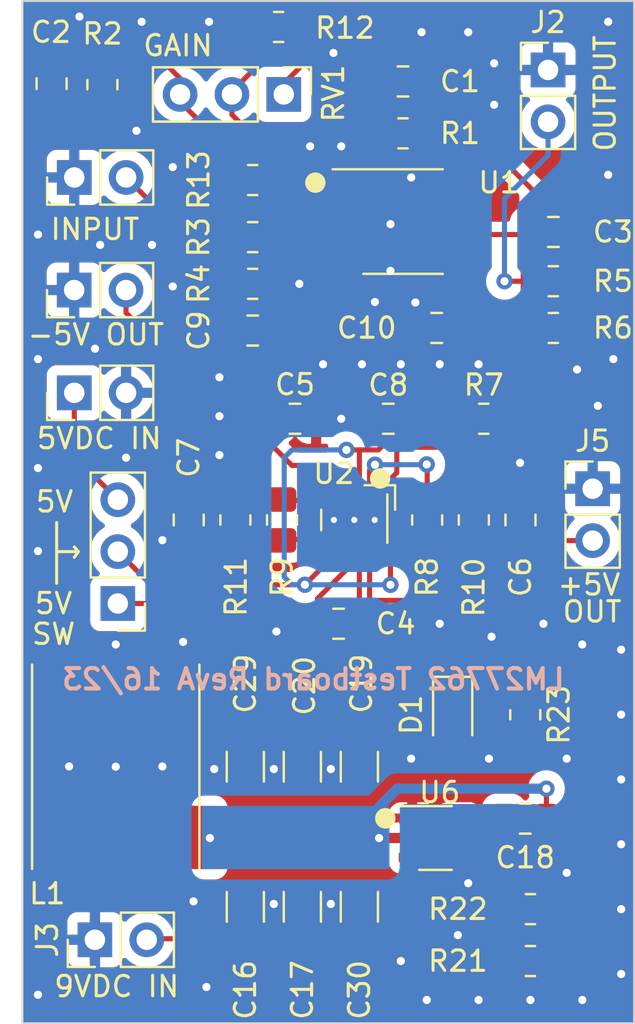
<source format=kicad_pcb>
(kicad_pcb (version 20221018) (generator pcbnew)
  (title_block (comment 1 "Hammond 1590B/B2/G2"))
  (layers (0 "F.Cu" signal) (31 "B.Cu" signal) (34 "B.Paste" user) (35 "F.Paste" user) (36 "B.SilkS" user "B.Silkscreen") (37 "F.SilkS" user "F.Silkscreen") (38 "B.Mask" user) (39 "F.Mask" user) (44 "Edge.Cuts" user))
  (net 0 "")
  (net 1 "Net-(U1--)")
  (net 2 "Net-(C1-Pad2)")
  (net 3 "GND")
  (net 4 "Net-(C2-Pad2)")
  (net 5 "Net-(C3-Pad2)")
  (net 6 "Net-(U2-C-)")
  (net 7 "Net-(U2-C+)")
  (net 8 "Net-(U2-CP)")
  (net 9 "+5V")
  (net 10 "-5V")
  (net 11 "/buck/BUCK_VOUT")
  (net 12 "/buck/BUCK_VIN")
  (net 13 "Net-(U6-VBST)")
  (net 14 "Net-(U6-SW)")
  (net 15 "Net-(D1-K)")
  (net 16 "Net-(J1-Pin_2)")
  (net 17 "Net-(J2-Pin_2)")
  (net 18 "Net-(R12-Pad1)")
  (net 19 "Net-(U1-+)")
  (net 20 "Net-(U2-PGOOD)")
  (net 21 "Net-(U2-FB+)")
  (net 22 "Net-(U2-FB-)")
  (net 23 "Net-(U6-VFB)")
  (net 27 "Net-(R13-Pad1)")
  (net 28 "/chargepump/CP_VIN")
  (net 29 "Net-(J6-Pin_3)")
  (footprint "Capacitor_SMD:C_0805_2012Metric_Pad1.18x1.45mm_HandSolder" (layer "F.Cu") (at 153.0135 74.803)
    (fp_text reference "C3" (at 2.921 0) (layer "F.SilkS"))
    (fp_text value "15u")
    (pad "1" smd roundrect (at -1.0375 0) (size 1.175 1.45) (layers "F.Cu" "F.Paste" "F.Mask") (roundrect_rratio 0.2127659574) (net 2 "Net-(C1-Pad2)"))
    (pad "2" smd roundrect (at 1.0375 0) (size 1.175 1.45) (layers "F.Cu" "F.Paste" "F.Mask") (roundrect_rratio 0.2127659574) (net 5 "Net-(C3-Pad2)"))
  )
  (footprint "Resistor_SMD:R_0805_2012Metric_Pad1.20x1.40mm_HandSolder" (layer "F.Cu") (at 149.606 83.947)
    (fp_text reference "R7" (at 0 -1.651) (layer "F.SilkS"))
    (fp_text value "10K")
    (pad "1" smd roundrect (at -1 0) (size 1.2 1.4) (layers "F.Cu" "F.Paste" "F.Mask") (roundrect_rratio 0.2083333333) (net 28 "/chargepump/CP_VIN"))
    (pad "2" smd roundrect (at 1 0) (size 1.2 1.4) (layers "F.Cu" "F.Paste" "F.Mask") (roundrect_rratio 0.2083333333) (net 20 "Net-(U2-PGOOD)"))
  )
  (footprint "Connector_PinHeader_2.54mm:PinHeader_1x02_P2.54mm_Vertical" (layer "F.Cu") (at 152.7556 66.8732)
    (fp_text reference "J2" (at 0 -2.33) (layer "F.SilkS"))
    (fp_text value "OUTPUT")
    (fp_text user "OUTPUT" (at 2.794 1.148 90 unlocked) (layer "F.SilkS"))
    (pad "1" thru_hole rect (at 0 0) (size 1.7 1.7) (drill 1) (layers "*.Cu" "*.Mask") (net 3 "GND"))
    (pad "2" thru_hole oval (at 0 2.54) (size 1.7 1.7) (drill 1) (layers "*.Cu" "*.Mask") (net 17 "Net-(J2-Pin_2)"))
  )
  (footprint "Capacitor_SMD:C_0805_2012Metric_Pad1.18x1.45mm_HandSolder" (layer "F.Cu") (at 135.148 88.9 -90)
    (fp_text reference "C7" (at -3.048 0 90) (layer "F.SilkS"))
    (fp_text value "2.2u")
    (pad "1" smd roundrect (at -1.0375 0 270) (size 1.175 1.45) (layers "F.Cu" "F.Paste" "F.Mask") (roundrect_rratio 0.2127659574) (net 10 "-5V"))
    (pad "2" smd roundrect (at 1.0375 0 270) (size 1.175 1.45) (layers "F.Cu" "F.Paste" "F.Mask") (roundrect_rratio 0.2127659574) (net 3 "GND"))
  )
  (footprint "Capacitor_SMD:C_0805_2012Metric_Pad1.18x1.45mm_HandSolder" (layer "F.Cu") (at 128.42905 67.5425 -90)
    (fp_text reference "C2" (at -2.5185 0.03205 -180) (layer "F.SilkS"))
    (fp_text value "4.7u")
    (pad "1" smd roundrect (at -1.0375 0 270) (size 1.175 1.45) (layers "F.Cu" "F.Paste" "F.Mask") (roundrect_rratio 0.2127659574) (net 3 "GND"))
    (pad "2" smd roundrect (at 1.0375 0 270) (size 1.175 1.45) (layers "F.Cu" "F.Paste" "F.Mask") (roundrect_rratio 0.2127659574) (net 4 "Net-(C2-Pad2)"))
  )
  (footprint "Resistor_SMD:R_0805_2012Metric_Pad1.20x1.40mm_HandSolder" (layer "F.Cu") (at 138.2815 72.263)
    (fp_text reference "R13" (at -2.6455 0 90) (layer "F.SilkS"))
    (fp_text value "0R")
    (pad "1" smd roundrect (at -1 0) (size 1.2 1.4) (layers "F.Cu" "F.Paste" "F.Mask") (roundrect_rratio 0.2083333333) (net 27 "Net-(R13-Pad1)"))
    (pad "2" smd roundrect (at 1 0) (size 1.2 1.4) (layers "F.Cu" "F.Paste" "F.Mask") (roundrect_rratio 0.2083333333) (net 18 "Net-(R12-Pad1)"))
  )
  (footprint "Capacitor_SMD:C_0805_2012Metric_Pad1.18x1.45mm_HandSolder" (layer "F.Cu") (at 140.35575 83.947)
    (fp_text reference "C5" (at 0 -1.671) (layer "F.SilkS"))
    (fp_text value "10u")
    (pad "1" smd roundrect (at -1.0375 0) (size 1.175 1.45) (layers "F.Cu" "F.Paste" "F.Mask") (roundrect_rratio 0.2127659574) (net 8 "Net-(U2-CP)"))
    (pad "2" smd roundrect (at 1.0375 0) (size 1.175 1.45) (layers "F.Cu" "F.Paste" "F.Mask") (roundrect_rratio 0.2127659574) (net 3 "GND"))
  )
  (footprint "Resistor_SMD:R_0805_2012Metric_Pad1.20x1.40mm_HandSolder" (layer "F.Cu") (at 138.2815 75.057)
    (fp_text reference "R3" (at -2.6455 0 90) (layer "F.SilkS"))
    (fp_text value "1K")
    (pad "1" smd roundrect (at -1 0) (size 1.2 1.4) (layers "F.Cu" "F.Paste" "F.Mask") (roundrect_rratio 0.2083333333) (net 16 "Net-(J1-Pin_2)"))
    (pad "2" smd roundrect (at 1 0) (size 1.2 1.4) (layers "F.Cu" "F.Paste" "F.Mask") (roundrect_rratio 0.2083333333) (net 19 "Net-(U1-+)"))
  )
  (footprint "Connector_PinHeader_2.54mm:PinHeader_1x03_P2.54mm_Vertical" (layer "F.Cu") (at 139.8055 68.072 -90)
    (fp_text reference "RV1" (at -0.0508 -2.4345 90) (layer "F.SilkS"))
    (fp_text value "500K")
    (fp_text user "GAIN" (at -2.3876 5.1855 unlocked) (layer "F.SilkS"))
    (pad "1" thru_hole rect (at 0 0 270) (size 1.7 1.7) (drill 1) (layers "*.Cu" "*.Mask") (net 1 "Net-(U1--)"))
    (pad "2" thru_hole oval (at 0 2.54 270) (size 1.7 1.7) (drill 1) (layers "*.Cu" "*.Mask") (net 18 "Net-(R12-Pad1)"))
    (pad "3" thru_hole oval (at 0 5.08 270) (size 1.7 1.7) (drill 1) (layers "*.Cu" "*.Mask") (net 27 "Net-(R13-Pad1)"))
  )
  (footprint "Resistor_SMD:R_1206_3216Metric_Pad1.30x1.75mm_HandSolder" (layer "F.Cu") (at 137.922 107.836 90)
    (fp_text reference "C16" (at -4.064 0 90) (layer "F.SilkS"))
    (fp_text value "10uF")
    (pad "1" smd roundrect (at -1.55 0 90) (size 1.3 1.75) (layers "F.Cu" "F.Paste" "F.Mask") (roundrect_rratio 0.1923076923) (net 12 "/buck/BUCK_VIN"))
    (pad "2" smd roundrect (at 1.55 0 90) (size 1.3 1.75) (layers "F.Cu" "F.Paste" "F.Mask") (roundrect_rratio 0.1923076923) (net 3 "GND"))
  )
  (footprint "Capacitor_SMD:C_0805_2012Metric_Pad1.18x1.45mm_HandSolder" (layer "F.Cu") (at 147.2985 79.502)
    (fp_text reference "C10" (at -3.429 0) (layer "F.SilkS"))
    (fp_text value "100n")
    (pad "1" smd roundrect (at -1.0375 0) (size 1.175 1.45) (layers "F.Cu" "F.Paste" "F.Mask") (roundrect_rratio 0.2127659574) (net 3 "GND"))
    (pad "2" smd roundrect (at 1.0375 0) (size 1.175 1.45) (layers "F.Cu" "F.Paste" "F.Mask") (roundrect_rratio 0.2127659574) (net 9 "+5V"))
  )
  (footprint "Resistor_SMD:R_1206_3216Metric_Pad1.30x1.75mm_HandSolder" (layer "F.Cu") (at 140.716 107.836 90)
    (fp_text reference "C17" (at -4.064 0 90) (layer "F.SilkS"))
    (fp_text value "10uF")
    (pad "1" smd roundrect (at -1.55 0 90) (size 1.3 1.75) (layers "F.Cu" "F.Paste" "F.Mask") (roundrect_rratio 0.1923076923) (net 12 "/buck/BUCK_VIN"))
    (pad "2" smd roundrect (at 1.55 0 90) (size 1.3 1.75) (layers "F.Cu" "F.Paste" "F.Mask") (roundrect_rratio 0.1923076923) (net 3 "GND"))
  )
  (footprint "Connector_PinHeader_2.54mm:PinHeader_1x02_P2.54mm_Vertical" (layer "F.Cu") (at 154.94 87.371)
    (fp_text reference "J5" (at 0 -2.33) (layer "F.SilkS"))
    (fp_text value "+5V")
    (fp_text user "OUT" (at -0.0254 6.0248 unlocked) (layer "F.SilkS"))
    (fp_text user "+5V" (at -0.1778 4.704 unlocked) (layer "F.SilkS"))
    (pad "1" thru_hole rect (at 0 0) (size 1.7 1.7) (drill 1) (layers "*.Cu" "*.Mask") (net 3 "GND"))
    (pad "2" thru_hole oval (at 0 2.54) (size 1.7 1.7) (drill 1) (layers "*.Cu" "*.Mask") (net 9 "+5V"))
  )
  (footprint "Resistor_SMD:R_0805_2012Metric_Pad1.20x1.40mm_HandSolder" (layer "F.Cu") (at 130.91825 67.5933 90)
    (fp_text reference "R2" (at 2.4892 0 180) (layer "F.SilkS"))
    (fp_text value "2.7K")
    (pad "1" smd roundrect (at -1 0 90) (size 1.2 1.4) (layers "F.Cu" "F.Paste" "F.Mask") (roundrect_rratio 0.2083333333) (net 4 "Net-(C2-Pad2)"))
    (pad "2" smd roundrect (at 1 0 90) (size 1.2 1.4) (layers "F.Cu" "F.Paste" "F.Mask") (roundrect_rratio 0.2083333333) (net 27 "Net-(R13-Pad1)"))
  )
  (footprint "Capacitor_SMD:C_0805_2012Metric_Pad1.18x1.45mm_HandSolder" (layer "F.Cu") (at 138.2815 79.629)
    (fp_text reference "C9" (at -2.6455 0 90) (layer "F.SilkS"))
    (fp_text value "100n")
    (pad "1" smd roundrect (at -1.0375 0) (size 1.175 1.45) (layers "F.Cu" "F.Paste" "F.Mask") (roundrect_rratio 0.2127659574) (net 3 "GND"))
    (pad "2" smd roundrect (at 1.0375 0) (size 1.175 1.45) (layers "F.Cu" "F.Paste" "F.Mask") (roundrect_rratio 0.2127659574) (net 10 "-5V"))
  )
  (footprint "Resistor_SMD:R_1206_3216Metric_Pad1.30x1.75mm_HandSolder" (layer "F.Cu") (at 137.922 100.978 -90)
    (fp_text reference "C29" (at -4.064 0 90) (layer "F.SilkS"))
    (fp_text value "22uF")
    (pad "1" smd roundrect (at -1.55 0 270) (size 1.3 1.75) (layers "F.Cu" "F.Paste" "F.Mask") (roundrect_rratio 0.1923076923) (net 11 "/buck/BUCK_VOUT"))
    (pad "2" smd roundrect (at 1.55 0 270) (size 1.3 1.75) (layers "F.Cu" "F.Paste" "F.Mask") (roundrect_rratio 0.1923076923) (net 3 "GND"))
  )
  (footprint "Resistor_SMD:R_0805_2012Metric_Pad1.20x1.40mm_HandSolder" (layer "F.Cu") (at 151.638 98.438 -90)
    (fp_text reference "R23" (at 0 -1.65 90) (layer "F.SilkS"))
    (fp_text value "2K2")
    (pad "1" smd roundrect (at -1 0 270) (size 1.2 1.4) (layers "F.Cu" "F.Paste" "F.Mask") (roundrect_rratio 0.2083333333) (net 15 "Net-(D1-K)"))
    (pad "2" smd roundrect (at 1 0 270) (size 1.2 1.4) (layers "F.Cu" "F.Paste" "F.Mask") (roundrect_rratio 0.2083333333) (net 3 "GND"))
  )
  (footprint "Resistor_SMD:R_0805_2012Metric_Pad1.20x1.40mm_HandSolder" (layer "F.Cu") (at 139.72 88.9 90)
    (fp_text reference "R9" (at -2.794 0 90) (layer "F.SilkS"))
    (fp_text value "470R")
    (pad "1" smd roundrect (at -1 0 90) (size 1.2 1.4) (layers "F.Cu" "F.Paste" "F.Mask") (roundrect_rratio 0.2083333333) (net 22 "Net-(U2-FB-)"))
    (pad "2" smd roundrect (at 1 0 90) (size 1.2 1.4) (layers "F.Cu" "F.Paste" "F.Mask") (roundrect_rratio 0.2083333333) (net 10 "-5V"))
  )
  (footprint "Resistor_SMD:R_0805_2012Metric_Pad1.20x1.40mm_HandSolder" (layer "F.Cu") (at 145.6475 69.977)
    (fp_text reference "R1" (at 2.794 0) (layer "F.SilkS"))
    (fp_text value "56K")
    (pad "1" smd roundrect (at -1 0) (size 1.2 1.4) (layers "F.Cu" "F.Paste" "F.Mask") (roundrect_rratio 0.2083333333) (net 1 "Net-(U1--)"))
    (pad "2" smd roundrect (at 1 0) (size 1.2 1.4) (layers "F.Cu" "F.Paste" "F.Mask") (roundrect_rratio 0.2083333333) (net 2 "Net-(C1-Pad2)"))
  )
  (footprint "Capacitor_SMD:C_0805_2012Metric_Pad1.18x1.45mm_HandSolder" (layer "F.Cu") (at 142.4925 93.98)
    (fp_text reference "C4" (at 2.7955 0) (layer "F.SilkS"))
    (fp_text value "1u")
    (pad "1" smd roundrect (at -1.0375 0) (size 1.175 1.45) (layers "F.Cu" "F.Paste" "F.Mask") (roundrect_rratio 0.2127659574) (net 6 "Net-(U2-C-)"))
    (pad "2" smd roundrect (at 1.0375 0) (size 1.175 1.45) (layers "F.Cu" "F.Paste" "F.Mask") (roundrect_rratio 0.2127659574) (net 7 "Net-(U2-C+)"))
  )
  (footprint "Connector_PinHeader_2.54mm:PinHeader_1x02_P2.54mm_Vertical" (layer "F.Cu") (at 129.54 72.136 90)
    (fp_text reference "J1" hide)
    (fp_text value "INPUT")
    (fp_text user "INPUT" (at -2.54 1.016 unlocked) (layer "F.SilkS"))
    (pad "1" thru_hole rect (at 0 0 90) (size 1.7 1.7) (drill 1) (layers "*.Cu" "*.Mask") (net 3 "GND"))
    (pad "2" thru_hole oval (at 0 2.54 90) (size 1.7 1.7) (drill 1) (layers "*.Cu" "*.Mask") (net 16 "Net-(J1-Pin_2)"))
  )
  (footprint "Resistor_SMD:R_0805_2012Metric_Pad1.20x1.40mm_HandSolder" (layer "F.Cu") (at 153.0135 79.502 180)
    (fp_text reference "R6" (at -2.921 0) (layer "F.SilkS"))
    (fp_text value "10K")
    (pad "1" smd roundrect (at -1 0 180) (size 1.2 1.4) (layers "F.Cu" "F.Paste" "F.Mask") (roundrect_rratio 0.2083333333) (net 3 "GND"))
    (pad "2" smd roundrect (at 1 0 180) (size 1.2 1.4) (layers "F.Cu" "F.Paste" "F.Mask") (roundrect_rratio 0.2083333333) (net 17 "Net-(J2-Pin_2)"))
  )
  (footprint "Capacitor_SMD:C_0805_2012Metric_Pad1.18x1.45mm_HandSolder" (layer "F.Cu") (at 151.404 88.9 90)
    (fp_text reference "C6" (at -2.794 0 90) (layer "F.SilkS"))
    (fp_text value "2.2u")
    (pad "1" smd roundrect (at -1.0375 0 90) (size 1.175 1.45) (layers "F.Cu" "F.Paste" "F.Mask") (roundrect_rratio 0.2127659574) (net 9 "+5V"))
    (pad "2" smd roundrect (at 1.0375 0 90) (size 1.175 1.45) (layers "F.Cu" "F.Paste" "F.Mask") (roundrect_rratio 0.2127659574) (net 3 "GND"))
  )
  (footprint "Resistor_SMD:R_1206_3216Metric_Pad1.30x1.75mm_HandSolder" (layer "F.Cu") (at 140.716 100.978 -90)
    (fp_text reference "C20" (at -3.9624 -0.1016 90) (layer "F.SilkS"))
    (fp_text value "22uF")
    (pad "1" smd roundrect (at -1.55 0 270) (size 1.3 1.75) (layers "F.Cu" "F.Paste" "F.Mask") (roundrect_rratio 0.1923076923) (net 11 "/buck/BUCK_VOUT"))
    (pad "2" smd roundrect (at 1.55 0 270) (size 1.3 1.75) (layers "F.Cu" "F.Paste" "F.Mask") (roundrect_rratio 0.1923076923) (net 3 "GND"))
  )
  (footprint "Resistor_SMD:R_0805_2012Metric_Pad1.20x1.40mm_HandSolder" (layer "F.Cu") (at 137.434 88.9 -90)
    (fp_text reference "R11" (at 3.2766 -0.0308 90) (layer "F.SilkS"))
    (fp_text value "150R")
    (pad "1" smd roundrect (at -1 0 270) (size 1.2 1.4) (layers "F.Cu" "F.Paste" "F.Mask") (roundrect_rratio 0.2083333333) (net 10 "-5V"))
    (pad "2" smd roundrect (at 1 0 270) (size 1.2 1.4) (layers "F.Cu" "F.Paste" "F.Mask") (roundrect_rratio 0.2083333333) (net 3 "GND"))
  )
  (footprint "Resistor_SMD:R_1206_3216Metric_Pad1.30x1.75mm_HandSolder" (layer "F.Cu") (at 143.51 107.836 90)
    (fp_text reference "C30" (at -4.064 0 90) (layer "F.SilkS"))
    (fp_text value "100nF")
    (pad "1" smd roundrect (at -1.55 0 90) (size 1.3 1.75) (layers "F.Cu" "F.Paste" "F.Mask") (roundrect_rratio 0.1923076923) (net 12 "/buck/BUCK_VIN"))
    (pad "2" smd roundrect (at 1.55 0 90) (size 1.3 1.75) (layers "F.Cu" "F.Paste" "F.Mask") (roundrect_rratio 0.1923076923) (net 3 "GND"))
  )
  (footprint "Resistor_SMD:R_0805_2012Metric_Pad1.20x1.40mm_HandSolder" (layer "F.Cu") (at 139.5515 64.77)
    (fp_text reference "R12" (at 3.2473 0.0508) (layer "F.SilkS"))
    (fp_text value "100K")
    (pad "1" smd roundrect (at -1 0) (size 1.2 1.4) (layers "F.Cu" "F.Paste" "F.Mask") (roundrect_rratio 0.2083333333) (net 18 "Net-(R12-Pad1)"))
    (pad "2" smd roundrect (at 1 0) (size 1.2 1.4) (layers "F.Cu" "F.Paste" "F.Mask") (roundrect_rratio 0.2083333333) (net 1 "Net-(U1--)"))
  )
  (footprint "Capacitor_SMD:C_0805_2012Metric_Pad1.18x1.45mm_HandSolder" (layer "F.Cu") (at 144.92775 83.947 180)
    (fp_text reference "C8" (at 0 1.651) (layer "F.SilkS"))
    (fp_text value "4.7u")
    (pad "1" smd roundrect (at -1.0375 0 180) (size 1.175 1.45) (layers "F.Cu" "F.Paste" "F.Mask") (roundrect_rratio 0.2127659574) (net 28 "/chargepump/CP_VIN"))
    (pad "2" smd roundrect (at 1.0375 0 180) (size 1.175 1.45) (layers "F.Cu" "F.Paste" "F.Mask") (roundrect_rratio 0.2127659574) (net 3 "GND"))
  )
  (footprint "Connector_PinHeader_2.54mm:PinHeader_1x02_P2.54mm_Vertical" (layer "F.Cu") (at 130.551 109.4486 90)
    (fp_text reference "J3" (at 0 -2.33 90) (layer "F.SilkS"))
    (fp_text value "9V IN")
    (fp_text user "9VDC IN" (at -2.286 1.0668 unlocked) (layer "F.SilkS"))
    (pad "1" thru_hole rect (at 0 0 90) (size 1.7 1.7) (drill 1) (layers "*.Cu" "*.Mask") (net 3 "GND"))
    (pad "2" thru_hole oval (at 0 2.54 90) (size 1.7 1.7) (drill 1) (layers "*.Cu" "*.Mask") (net 12 "/buck/BUCK_VIN"))
  )
  (footprint "Connector_PinHeader_2.54mm:PinHeader_1x02_P2.54mm_Vertical" (layer "F.Cu") (at 129.535 77.6478 90)
    (fp_text reference "J4" hide)
    (fp_text value "-5V")
    (fp_text user "-5V OUT" (at -2.1844 1.0668 unlocked) (layer "F.SilkS"))
    (pad "1" thru_hole rect (at 0 0 90) (size 1.7 1.7) (drill 1) (layers "*.Cu" "*.Mask") (net 3 "GND"))
    (pad "2" thru_hole oval (at 0 2.54 90) (size 1.7 1.7) (drill 1) (layers "*.Cu" "*.Mask") (net 10 "-5V"))
  )
  (footprint "Resistor_SMD:R_0805_2012Metric_Pad1.20x1.40mm_HandSolder" (layer "F.Cu") (at 146.832 88.9 -90)
    (fp_text reference "R8" (at 2.794 0 90) (layer "F.SilkS"))
    (fp_text value "470R")
    (pad "1" smd roundrect (at -1 0 270) (size 1.2 1.4) (layers "F.Cu" "F.Paste" "F.Mask") (roundrect_rratio 0.2083333333) (net 21 "Net-(U2-FB+)"))
    (pad "2" smd roundrect (at 1 0 270) (size 1.2 1.4) (layers "F.Cu" "F.Paste" "F.Mask") (roundrect_rratio 0.2083333333) (net 9 "+5V"))
  )
  (footprint "Inductor_SMD:L_Taiyo-Yuden_NR-80xx_HandSoldering" (layer "F.Cu") (at 131.572 100.978 90)
    (fp_text reference "L1" (at -6.21 -3.3528 180) (layer "F.SilkS"))
    (fp_text value "4.7uH")
    (pad "1" smd rect (at -3.45 0 90) (size 3.1 7.7) (layers "F.Cu" "F.Paste" "F.Mask") (net 14 "Net-(U6-SW)"))
    (pad "2" smd rect (at 3.45 0 90) (size 3.1 7.7) (layers "F.Cu" "F.Paste" "F.Mask") (net 11 "/buck/BUCK_VOUT"))
  )
  (footprint "Capacitor_SMD:C_0805_2012Metric_Pad1.18x1.45mm_HandSolder" (layer "F.Cu") (at 151.638 103.518)
    (fp_text reference "C18" (at 0 1.905) (layer "F.SilkS"))
    (fp_text value "100nF")
    (pad "1" smd roundrect (at -1.0375 0) (size 1.175 1.45) (layers "F.Cu" "F.Paste" "F.Mask") (roundrect_rratio 0.2127659574) (net 13 "Net-(U6-VBST)"))
    (pad "2" smd roundrect (at 1.0375 0) (size 1.175 1.45) (layers "F.Cu" "F.Paste" "F.Mask") (roundrect_rratio 0.2127659574) (net 14 "Net-(U6-SW)"))
  )
  (footprint "Resistor_SMD:R_1206_3216Metric_Pad1.30x1.75mm_HandSolder" (layer "F.Cu") (at 143.51 100.978 -90)
    (fp_text reference "C19" (at -4.064 -0.1016 90) (layer "F.SilkS"))
    (fp_text value "22uF")
    (pad "1" smd roundrect (at -1.55 0 270) (size 1.3 1.75) (layers "F.Cu" "F.Paste" "F.Mask") (roundrect_rratio 0.1923076923) (net 11 "/buck/BUCK_VOUT"))
    (pad "2" smd roundrect (at 1.55 0 270) (size 1.3 1.75) (layers "F.Cu" "F.Paste" "F.Mask") (roundrect_rratio 0.1923076923) (net 3 "GND"))
  )
  (footprint "Capacitor_SMD:C_0805_2012Metric_Pad1.18x1.45mm_HandSolder" (layer "F.Cu") (at 145.6475 67.437)
    (fp_text reference "C1" (at 2.794 0) (layer "F.SilkS"))
    (fp_text value "47p")
    (pad "1" smd roundrect (at -1.0375 0) (size 1.175 1.45) (layers "F.Cu" "F.Paste" "F.Mask") (roundrect_rratio 0.2127659574) (net 1 "Net-(U1--)"))
    (pad "2" smd roundrect (at 1.0375 0) (size 1.175 1.45) (layers "F.Cu" "F.Paste" "F.Mask") (roundrect_rratio 0.2127659574) (net 2 "Net-(C1-Pad2)"))
  )
  (footprint "Resistor_SMD:R_0805_2012Metric_Pad1.20x1.40mm_HandSolder" (layer "F.Cu") (at 138.2815 77.343 180)
    (fp_text reference "R4" (at 2.6455 0 90) (layer "F.SilkS"))
    (fp_text value "56K")
    (pad "1" smd roundrect (at -1 0 180) (size 1.2 1.4) (layers "F.Cu" "F.Paste" "F.Mask") (roundrect_rratio 0.2083333333) (net 3 "GND"))
    (pad "2" smd roundrect (at 1 0 180) (size 1.2 1.4) (layers "F.Cu" "F.Paste" "F.Mask") (roundrect_rratio 0.2083333333) (net 16 "Net-(J1-Pin_2)"))
  )
  (footprint "Connector_PinHeader_2.54mm:PinHeader_1x02_P2.54mm_Vertical" (layer "F.Cu") (at 129.54 82.677 90)
    (fp_text reference "J7" hide)
    (fp_text value "5V IN")
    (fp_text user "5VDC IN" (at -2.2352 1.2192 unlocked) (layer "F.SilkS"))
    (pad "1" thru_hole rect (at 0 0 90) (size 1.7 1.7) (drill 1) (layers "*.Cu" "*.Mask") (net 29 "Net-(J6-Pin_3)"))
    (pad "2" thru_hole oval (at 0 2.54 90) (size 1.7 1.7) (drill 1) (layers "*.Cu" "*.Mask") (net 3 "GND"))
  )
  (footprint "Package_TO_SOT_SMD:SOT-23-6" (layer "F.Cu") (at 147.2383 104.468)
    (fp_text reference "U6" (at 0.2087 -2.233) (layer "F.SilkS"))
    (fp_text value "TPS563200")
    (pad "1" smd roundrect (at -1.1375 -0.95) (size 1.325 0.6) (layers "F.Cu" "F.Paste" "F.Mask") (net 3 "GND"))
    (pad "2" smd roundrect (at -1.1375 0) (size 1.325 0.6) (layers "F.Cu" "F.Paste" "F.Mask") (net 14 "Net-(U6-SW)"))
    (pad "3" smd roundrect (at -1.1375 0.95) (size 1.325 0.6) (layers "F.Cu" "F.Paste" "F.Mask") (net 12 "/buck/BUCK_VIN"))
    (pad "4" smd roundrect (at 1.1375 0.95) (size 1.325 0.6) (layers "F.Cu" "F.Paste" "F.Mask") (net 23 "Net-(U6-VFB)"))
    (pad "5" smd roundrect (at 1.1375 0) (size 1.325 0.6) (layers "F.Cu" "F.Paste" "F.Mask") (net 12 "/buck/BUCK_VIN"))
    (pad "6" smd roundrect (at 1.1375 -0.95) (size 1.325 0.6) (layers "F.Cu" "F.Paste" "F.Mask") (net 13 "Net-(U6-VBST)"))
  )
  (footprint "Package_SO:SOIC-8_3.9x4.9mm_P1.27mm" (layer "F.Cu") (at 145.6475 74.295)
    (fp_text reference "U1" (at 4.699 -1.905) (layer "F.SilkS"))
    (fp_text value "TL071")
    (pad "1" smd roundrect (at -2.475 -1.905) (size 1.95 0.6) (layers "F.Cu" "F.Paste" "F.Mask"))
    (pad "2" smd roundrect (at -2.475 -0.635) (size 1.95 0.6) (layers "F.Cu" "F.Paste" "F.Mask") (net 1 "Net-(U1--)"))
    (pad "3" smd roundrect (at -2.475 0.635) (size 1.95 0.6) (layers "F.Cu" "F.Paste" "F.Mask") (net 19 "Net-(U1-+)"))
    (pad "4" smd roundrect (at -2.475 1.905) (size 1.95 0.6) (layers "F.Cu" "F.Paste" "F.Mask") (net 10 "-5V"))
    (pad "5" smd roundrect (at 2.475 1.905) (size 1.95 0.6) (layers "F.Cu" "F.Paste" "F.Mask"))
    (pad "6" smd roundrect (at 2.475 0.635) (size 1.95 0.6) (layers "F.Cu" "F.Paste" "F.Mask") (net 2 "Net-(C1-Pad2)"))
    (pad "7" smd roundrect (at 2.475 -0.635) (size 1.95 0.6) (layers "F.Cu" "F.Paste" "F.Mask") (net 9 "+5V"))
    (pad "8" smd roundrect (at 2.475 -1.905) (size 1.95 0.6) (layers "F.Cu" "F.Paste" "F.Mask"))
  )
  (footprint "Package_SON:WSON-12-1EP_3x2mm_P0.5mm_EP1x2.65_ThermalVias" (layer "F.Cu") (at 143.26 88.9 -90)
    (fp_text reference "U2" (at -2.286 1) (layer "F.SilkS"))
    (fp_text value "LM27762")
    (pad "1" smd rect (at -0.95 -1.25 270) (size 0.5 0.25) (layers "F.Cu" "F.Paste" "F.Mask") (net 20 "Net-(U2-PGOOD)"))
    (pad "2" smd rect (at -0.95 -0.75 270) (size 0.5 0.25) (layers "F.Cu" "F.Paste" "F.Mask") (net 21 "Net-(U2-FB+)"))
    (pad "3" smd rect (at -0.95 -0.25 270) (size 0.5 0.25) (layers "F.Cu" "F.Paste" "F.Mask") (net 28 "/chargepump/CP_VIN"))
    (pad "4" smd rect (at -0.95 0.25 270) (size 0.5 0.25) (layers "F.Cu" "F.Paste" "F.Mask") (net 3 "GND"))
    (pad "5" smd rect (at -0.95 0.75 270) (size 0.5 0.25) (layers "F.Cu" "F.Paste" "F.Mask") (net 8 "Net-(U2-CP)"))
    (pad "6" smd rect (at -0.95 1.25 270) (size 0.5 0.25) (layers "F.Cu" "F.Paste" "F.Mask") (net 10 "-5V"))
    (pad "7" smd rect (at 0.95 1.25 270) (size 0.5 0.25) (layers "F.Cu" "F.Paste" "F.Mask") (net 22 "Net-(U2-FB-)"))
    (pad "8" smd rect (at 0.95 0.75 270) (size 0.5 0.25) (layers "F.Cu" "F.Paste" "F.Mask") (net 28 "/chargepump/CP_VIN"))
    (pad "9" smd rect (at 0.95 0.25 270) (size 0.5 0.25) (layers "F.Cu" "F.Paste" "F.Mask") (net 6 "Net-(U2-C-)"))
    (pad "10" smd rect (at 0.95 -0.25 270) (size 0.5 0.25) (layers "F.Cu" "F.Paste" "F.Mask") (net 7 "Net-(U2-C+)"))
    (pad "11" smd rect (at 0.95 -0.75 270) (size 0.5 0.25) (layers "F.Cu" "F.Paste" "F.Mask") (net 9 "+5V"))
    (pad "12" smd rect (at 0.95 -1.25 270) (size 0.5 0.25) (layers "F.Cu" "F.Paste" "F.Mask") (net 28 "/chargepump/CP_VIN"))
    (pad "13" thru_hole circle (at 0 -1) (size 0.6 0.6) (drill 0.3) (layers "*.Cu") (net 3 "GND"))
    (pad "13" thru_hole circle (at 0 0 270) (size 0.6 0.6) (drill 0.3) (layers "*.Cu") (net 3 "GND"))
    (pad "13" smd rect (at 0 0 270) (size 1 2.65) (layers "F.Cu" "F.Mask") (net 3 "GND"))
    (pad "13" smd rect (at 0 0 270) (size 1 2.65) (layers "B.Cu") (net 3 "GND"))
    (pad "13" thru_hole circle (at 0 1 270) (size 0.6 0.6) (drill 0.3) (layers "*.Cu") (net 3 "GND"))
  )
  (footprint "Resistor_SMD:R_0805_2012Metric_Pad1.20x1.40mm_HandSolder" (layer "F.Cu") (at 149.118 88.9 90)
    (fp_text reference "R10" (at -3.302 0 90) (layer "F.SilkS"))
    (fp_text value "150")
    (pad "1" smd roundrect (at -1 0 90) (size 1.2 1.4) (layers "F.Cu" "F.Paste" "F.Mask") (roundrect_rratio 0.2083333333) (net 9 "+5V"))
    (pad "2" smd roundrect (at 1 0 90) (size 1.2 1.4) (layers "F.Cu" "F.Paste" "F.Mask") (roundrect_rratio 0.2083333333) (net 3 "GND"))
  )
  (footprint "Resistor_SMD:R_0805_2012Metric_Pad1.20x1.40mm_HandSolder" (layer "F.Cu") (at 151.892 107.95)
    (fp_text reference "R22" (at -3.556 0) (layer "F.SilkS"))
    (fp_text value "10K")
    (pad "1" smd roundrect (at -1 0) (size 1.2 1.4) (layers "F.Cu" "F.Paste" "F.Mask") (roundrect_rratio 0.2083333333) (net 23 "Net-(U6-VFB)"))
    (pad "2" smd roundrect (at 1 0) (size 1.2 1.4) (layers "F.Cu" "F.Paste" "F.Mask") (roundrect_rratio 0.2083333333) (net 3 "GND"))
  )
  (footprint "Connector_PinHeader_2.54mm:PinHeader_1x03_P2.54mm_Vertical" (layer "F.Cu") (at 131.6736 92.9894 180)
    (fp_text reference "J6" hide)
    (fp_text value "POWER SELECT")
    (fp_text user "5V" (at 3.1496 0 unlocked) (layer "F.SilkS"))
    (fp_text user "5V" (at 3.0988 4.9784 unlocked) (layer "F.SilkS"))
    (fp_text user "SW" (at 3.1496 -1.4986 unlocked) (layer "F.SilkS"))
    (pad "1" thru_hole rect (at 0 0 180) (size 1.7 1.7) (drill 1) (layers "*.Cu" "*.Mask") (net 11 "/buck/BUCK_VOUT"))
    (pad "2" thru_hole oval (at 0 2.54 180) (size 1.7 1.7) (drill 1) (layers "*.Cu" "*.Mask") (net 28 "/chargepump/CP_VIN"))
    (pad "3" thru_hole oval (at 0 5.08 180) (size 1.7 1.7) (drill 1) (layers "*.Cu" "*.Mask") (net 29 "Net-(J6-Pin_3)"))
  )
  (footprint "Resistor_SMD:R_0805_2012Metric_Pad1.20x1.40mm_HandSolder" (layer "F.Cu") (at 153.0135 77.216 180)
    (fp_text reference "R5" (at -2.921 0) (layer "F.SilkS"))
    (fp_text value "470R")
    (pad "1" smd roundrect (at -1 0 180) (size 1.2 1.4) (layers "F.Cu" "F.Paste" "F.Mask") (roundrect_rratio 0.2083333333) (net 5 "Net-(C3-Pad2)"))
    (pad "2" smd roundrect (at 1 0 180) (size 1.2 1.4) (layers "F.Cu" "F.Paste" "F.Mask") (roundrect_rratio 0.2083333333) (net 17 "Net-(J2-Pin_2)"))
  )
  (footprint "Resistor_SMD:R_0805_2012Metric_Pad1.20x1.40mm_HandSolder" (layer "F.Cu") (at 151.892 110.49 180)
    (fp_text reference "R21" (at 3.556 0) (layer "F.SilkS"))
    (fp_text value "56K")
    (pad "1" smd roundrect (at -1 0 180) (size 1.2 1.4) (layers "F.Cu" "F.Paste" "F.Mask") (roundrect_rratio 0.2083333333) (net 11 "/buck/BUCK_VOUT"))
    (pad "2" smd roundrect (at 1 0 180) (size 1.2 1.4) (layers "F.Cu" "F.Paste" "F.Mask") (roundrect_rratio 0.2083333333) (net 23 "Net-(U6-VFB)"))
  )
  (footprint "LED_SMD:LED_0805_2012Metric_Pad1.15x1.40mm_HandSolder" (layer "F.Cu") (at 148.082 98.438 -90)
    (fp_text reference "D1" (at 0 2.032 90) (layer "F.SilkS"))
    (fp_text value "RED")
    (pad "1" smd roundrect (at -1.025 0 270) (size 1.15 1.4) (layers "F.Cu" "F.Paste" "F.Mask") (roundrect_rratio 0.2173913043) (net 15 "Net-(D1-K)"))
    (pad "2" smd roundrect (at 1.025 0 270) (size 1.15 1.4) (layers "F.Cu" "F.Paste" "F.Mask") (roundrect_rratio 0.2173913043) (net 11 "/buck/BUCK_VOUT"))
  )
  (gr_line (start 129.7432 90.4494) (end 129.54 90.7288) (stroke (width 0.15)) (layer "F.SilkS"))
  (gr_line (start 129.7432 90.4494) (end 128.6764 90.4494) (stroke (width 0.15)) (layer "F.SilkS"))
  (gr_circle (center 141.351 72.390001) (end 141.351001 72.390001) (stroke (width 0.5)) (fill none) (layer "F.SilkS"))
  (gr_circle (center 144.526 86.868) (end 144.526001 86.868) (stroke (width 0.5)) (fill none) (layer "F.SilkS"))
  (gr_circle (center 144.78 103.505) (end 144.780001 103.505) (stroke (width 0.5)) (fill none) (layer "F.SilkS"))
  (gr_line (start 128.6764 91.9988) (end 128.6764 89.027) (stroke (width 0.15)) (layer "F.SilkS"))
  (gr_line (start 129.7432 90.4494) (end 129.54 90.2208) (stroke (width 0.15)) (layer "F.SilkS"))
  (gr_rect (start 127 63.5) (end 156.972 113.538) (stroke (width 0.1)) (fill none) (layer "Edge.Cuts"))
  (gr_text "LM27762 Testboard RevA 16/23" (at 153.67 97.282) (layer "B.SilkS") (effects (font (size 1 1) (thickness 0.2)) (justify left bottom mirror)))
  (segment (start 144.6475 69.977) (end 144.6475 67.4745) (width 0.25) (layer "F.Cu") (net 1))
  (segment (start 144.6475 67.4745) (end 144.61 67.437) (width 0.25) (layer "F.Cu") (net 1))
  (segment (start 140.5675 66.7766) (end 140.5675 64.786) (width 0.25) (layer "F.Cu") (net 1))
  (segment (start 139.8055 67.5386) (end 140.5675 66.7766) (width 0.25) (layer "F.Cu") (net 1))
  (segment (start 144.6475 69.977) (end 144.6475 73.263) (width 0.25) (layer "F.Cu") (net 1))
  (segment (start 139.8055 68.072) (end 139.8055 67.5386) (width 0.25) (layer "F.Cu") (net 1))
  (segment (start 140.5835 64.77) (end 143.0782 64.77) (width 0.25) (layer "F.Cu") (net 1))
  (segment (start 144.2505 73.66) (end 143.1725 73.66) (width 0.25) (layer "F.Cu") (net 1))
  (segment (start 144.6475 73.263) (end 144.2505 73.66) (width 0.25) (layer "F.Cu") (net 1))
  (segment (start 143.0782 64.77) (end 144.61 66.3018) (width 0.25) (layer "F.Cu") (net 1))
  (segment (start 140.5675 64.786) (end 140.5835 64.77) (width 0.25) (layer "F.Cu") (net 1))
  (segment (start 144.61 66.3018) (end 144.61 67.437) (width 0.25) (layer "F.Cu") (net 1))
  (segment (start 146.685 67.437) (end 146.685 69.9395) (width 0.25) (layer "F.Cu") (net 2))
  (segment (start 148.1225 74.93) (end 151.849 74.93) (width 0.25) (layer "F.Cu") (net 2))
  (segment (start 149.225 69.977) (end 151.976 72.728) (width 0.25) (layer "F.Cu") (net 2))
  (segment (start 151.976 72.728) (end 151.976 74.803) (width 0.25) (layer "F.Cu") (net 2))
  (segment (start 146.6475 69.977) (end 149.225 69.977) (width 0.25) (layer "F.Cu") (net 2))
  (segment (start 151.849 74.93) (end 151.976 74.803) (width 0.25) (layer "F.Cu") (net 2))
  (segment (start 146.685 69.9395) (end 146.6475 69.977) (width 0.25) (layer "F.Cu") (net 2))
  (segment (start 143.01 88.65) (end 143.26 88.9) (width 0.25) (layer "F.Cu") (net 3))
  (segment (start 151.404 87.8625) (end 149.1555 87.8625) (width 0.25) (layer "F.Cu") (net 3))
  (segment (start 142.62175 83.947) (end 141.39325 83.947) (width 0.25) (layer "F.Cu") (net 3))
  (segment (start 143.01 87.95) (end 143.01 88.65) (width 0.25) (layer "F.Cu") (net 3))
  (segment (start 137.4246 89.8906) (end 137.434 89.9) (width 0.25) (layer "F.Cu") (net 3))
  (segment (start 139.2815 77.343) (end 140.5675 77.343) (width 0.25) (layer "F.Cu") (net 3))
  (segment (start 133.858 89.8906) (end 137.4246 89.8906) (width 0.25) (layer "F.Cu") (net 3))
  (segment (start 149.1555 87.8625) (end 149.118 87.9) (width 0.25) (layer "F.Cu") (net 3))
  (segment (start 146.261 78.2652) (end 146.2532 78.2574) (width 0.25) (layer "F.Cu") (net 3))
  (segment (start 137.3965 89.9375) (end 137.434 89.9) (width 0.25) (layer "F.Cu") (net 3))
  (segment (start 135.148 89.9375) (end 137.3965 89.9375) (width 0.25) (layer "F.Cu") (net 3))
  (segment (start 142.62175 83.947) (end 143.89025 83.947) (width 0.25) (layer "F.Cu") (net 3))
  (segment (start 146.261 79.502) (end 146.261 78.2652) (width 0.25) (layer "F.Cu") (net 3))
  (via (at 139.319 107.696) (size 0.8) (drill 0.4) (layers "F.Cu" "B.Cu") (net 3))
  (via (at 136.652 81.915) (size 0.8) (drill 0.4) (layers "F.Cu" "B.Cu") (net 3))
  (via (at 130.556 80.518) (size 0.8) (drill 0.4) (layers "F.Cu" "B.Cu") (net 3))
  (via (at 133.858 89.8906) (size 0.8) (drill 0.4) (layers "F.Cu" "B.Cu") (net 3))
  (via (at 136.652 85.725) (size 0.8) (drill 0.4) (layers "F.Cu" "B.Cu") (net 3))
  (via (at 127.762 86.36) (size 0.8) (drill 0.4) (layers "F.Cu" "B.Cu") (net 3))
  (via (at 153.67 100.584) (size 0.8) (drill 0.4) (layers "F.Cu" "B.Cu") (net 3))
  (via (at 149.86 100.584) (size 0.8) (drill 0.4) (layers "F.Cu" "B.Cu") (net 3))
  (via (at 141.732 81.28) (size 0.8) (drill 0.4) (layers "F.Cu" "B.Cu") (net 3))
  (via (at 131.572 94.996) (size 0.8) (drill 0.4) (layers "F.Cu" "B.Cu") (net 3))
  (via (at 142.113 107.696) (size 0.8) (drill 0.4) (layers "F.Cu" "B.Cu") (net 3))
  (via (at 130.81 75.438) (size 0.8) (drill 0.4) (layers "F.Cu" "B.Cu") (net 3))
  (via (at 147.447 93.98) (size 0.8) (drill 0.4) (layers "F.Cu" "B.Cu") (net 3))
  (via (at 155.702 72.009) (size 0.8) (drill 0.4) (layers "F.Cu" "B.Cu") (net 3))
  (via (at 134.366 77.47) (size 0.8) (drill 0.4) (layers "F.Cu" "B.Cu") (net 3))
  (via (at 144.272 78.232) (size 0.8) (drill 0.4) (layers "F.Cu" "B.Cu") (net 3))
  (via (at 148.336 109.22) (size 0.8) (drill 0.4) (layers "F.Cu" "B.Cu") (net 3))
  (via (at 127.762 112.141) (size 0.8) (drill 0.4) (layers "F.Cu" "B.Cu") (net 3))
  (via (at 142.62175 83.947) (size 0.8) (drill 0.4) (layers "F.Cu" "B.Cu") (net 3))
  (via (at 131.572 100.978) (size 0.8) (drill 0.4) (layers "F.Cu" "B.Cu") (net 3))
  (via (at 146.05 72.136) (size 0.8) (drill 0.4) (layers "F.Cu" "B.Cu") (net 3))
  (via (at 147.447 81.28) (size 0.8) (drill 0.4) (layers "F.Cu" "B.Cu") (net 3))
  (via (at 129.794 64.262) (size 0.8) (drill 0.4) (layers "F.Cu" "B.Cu") (net 3))
  (via (at 148.844 65.024) (size 0.8) (drill 0.4) (layers "F.Cu" "B.Cu") (net 3))
  (via (at 155.956 81.026) (size 0.8) (drill 0.4) (layers "F.Cu" "B.Cu") (net 3))
  (via (at 141.097 70.612) (size 0.8) (drill 0.4) (layers "F.Cu" "B.Cu") (net 3))
  (via (at 156.337 98.425) (size 0.8) (drill 0.4) (layers "F.Cu" "B.Cu") (net 3))
  (via (at 143.637 81.28) (size 0.8) (drill 0.4) (layers "F.Cu" "B.Cu") (net 3))
  (via (at 136.017 111.76) (size 0.8) (drill 0.4) (layers "F.Cu" "B.Cu") (net 3))
  (via (at 145.542 81.28) (size 0.8) (drill 0.4) (layers "F.Cu" "B.Cu") (net 3))
  (via (at 149.987 94.615) (size 0.8) (drill 0.4) (layers "F.Cu" "B.Cu") (net 3))
  (via (at 135.382 107.569) (size 0.8) (drill 0.4) (layers "F.Cu" "B.Cu") (net 3))
  (via (at 136.144 64.516) (size 0.8) (drill 0.4) (layers "F.Cu" "B.Cu") (net 3))
  (via (at 142.621 70.612) (size 0.8) (drill 0.4) (layers "F.Cu" "B.Cu") (net 3))
  (via (at 151.384 86.106) (size 0.8) (drill 0.4) (layers "F.Cu" "B.Cu") (net 3))
  (via (at 142.24 66.04) (size 0.8) (drill 0.4) (layers "F.Cu" "B.Cu") (net 3))
  (via (at 152.527 93.98) (size 0.8) (drill 0.4) (layers "F.Cu" "B.Cu") (net 3))
  (via (at 146.558 65.024) (size 0.8) (drill 0.4) (layers "F.Cu" "B.Cu") (net 3))
  (via (at 154.432 112.395) (size 0.8) (drill 0.4) (layers "F.Cu" "B.Cu") (net 3))
  (via (at 156.337 107.95) (size 0.8) (drill 0.4) (layers "F.Cu" "B.Cu") (net 3))
  (via (at 149.352 81.28) (size 0.8) (drill 0.4) (layers "F.Cu" "B.Cu") (net 3))
  (via (at 149.352 112.395) (size 0.8) (drill 0.4) (layers "F.Cu" "B.Cu") (net 3))
  (via (at 156.337 101.6) (size 0.8) (drill 0.4) (layers "F.Cu" "B.Cu") (net 3))
  (via (at 155.194 83.312) (size 0.8) (drill 0.4) (layers "F.Cu" "B.Cu") (net 3))
  (via (at 151.892 112.395) (size 0.8) (drill 0.4) (layers "F.Cu" "B.Cu") (net 3))
  (via (at 146.05 100.584) (size 0.8) (drill 0.4) (layers "F.Cu" "B.Cu") (net 3))
  (via (at 155.702 64.516) (size 0.8) (drill 0.4) (layers "F.Cu" "B.Cu") (net 3))
  (via (at 156.337 111.125) (size 0.8) (drill 0.4) (layers "F.Cu" "B.Cu") (net 3))
  (via (at 134.874 94.869) (size 0.8) (drill 0.4) (layers "F.Cu" "B.Cu") (net 3))
  (via (at 156.337 104.775) (size 0.8) (drill 0.4) (layers "F.Cu" "B.Cu") (net 3))
  (via (at 145.542 110.49) (size 0.8) (drill 0.4) (layers "F.Cu" "B.Cu") (net 3))
  (via (at 154.178 81.534) (size 0.8) (drill 0.4) (layers "F.Cu" "B.Cu") (net 3))
  (via (at 148.844 106.68) (size 0.8) (drill 0.4) (layers "F.Cu" "B.Cu") (net 3))
  (via (at 134.366 71.628) (size 0.8) (drill 0.4) (layers "F.Cu" "B.Cu") (net 3))
  (via (at 150.114 66.548) (size 0.8) (drill 0.4) (layers "F.Cu" "B.Cu") (net 3))
  (via (at 154.432 94.996) (size 0.8) (drill 0.4) (layers "F.Cu" "B.Cu") (net 3))
  (via (at 142.113 101.092) (size 0.8) (drill 0.4) (layers "F.Cu" "B.Cu") (net 3))
  (via (at 129.286 100.965) (size 0.8) (drill 0.4) (layers "F.Cu" "B.Cu") (net 3))
  (via (at 132.08 85.852) (size 0.8) (drill 0.4) (layers "F.Cu" "B.Cu") (net 3))
  (via (at 145.034 76.708) (size 0.8) (drill 0.4) (layers "F.Cu" "B.Cu") (net 3))
  (via (at 136.652 83.82) (size 0.8) (drill 0.4) (layers "F.Cu" "B.Cu") (net 3))
  (via (at 133.858 100.965) (size 0.8) (drill 0.4) (layers "F.Cu" "B.Cu") (net 3))
  (via (at 132.588 69.85) (size 0.8) (drill 0.4) (layers "F.Cu" "B.Cu") (net 3))
  (via (at 146.812 112.395) (size 0.8) (drill 0.4) (layers "F.Cu" "B.Cu") (net 3))
  (via (at 133.35 75.438) (size 0.8) (drill 0.4) (layers "F.Cu" "B.Cu") (net 3))
  (via (at 127.762 90.424) (size 0.8) (drill 0.4) (layers "F.Cu" "B.Cu") (net 3))
  (via (at 146.2532 78.2574) (size 0.8) (drill 0.4) (layers "F.Cu" "B.Cu") (net 3))
  (via (at 127.762 74.93) (size 0.8) (drill 0.4) (layers "F.Cu" "B.Cu") (net 3))
  (via (at 127.762 81.026) (size 0.8) (drill 0.4) (layers "F.Cu" "B.Cu") (net 3))
  (via (at 156.337 95.25) (size 0.8) (drill 0.4) (layers "F.Cu" "B.Cu") (net 3))
  (via (at 139.446 94.361) (size 0.8) (drill 0.4) (layers "F.Cu" "B.Cu") (net 3))
  (via (at 150.114 68.58) (size 0.8) (drill 0.4) (layers "F.Cu" "B.Cu") (net 3))
  (via (at 136.398 101.092) (size 0.8) (drill 0.4) (layers "F.Cu" "B.Cu") (net 3))
  (via (at 132.842 64.516) (size 0.8) (drill 0.4) (layers "F.Cu" "B.Cu") (net 3))
  (via (at 139.319 101.092) (size 0.8) (drill 0.4) (layers "F.Cu" "B.Cu") (net 3))
  (via (at 153.67 106.172) (size 0.8) (drill 0.4) (layers "F.Cu" "B.Cu") (net 3))
  (via (at 145.034 74.422) (size 0.8) (drill 0.4) (layers "F.Cu" "B.Cu") (net 3))
  (via (at 140.5675 77.343) (size 0.8) (drill 0.4) (layers "F.Cu" "B.Cu") (net 3))
  (segment (start 128.42905 68.58) (end 130.90495 68.58) (width 0.25) (layer "F.Cu") (net 4))
  (segment (start 130.90495 68.58) (end 130.91825 68.5933) (width 0.25) (layer "F.Cu") (net 4))
  (segment (start 154.0295 74.8245) (end 154.051 74.803) (width 0.25) (layer "F.Cu") (net 5))
  (segment (start 154.0295 77.2) (end 154.0295 74.8245) (width 0.25) (layer "F.Cu") (net 5))
  (segment (start 154.0135 77.216) (end 154.0295 77.2) (width 0.25) (layer "F.Cu") (net 5))
  (segment (start 143.01 91.198) (end 141.455 92.753) (width 0.25) (layer "F.Cu") (net 6))
  (segment (start 143.01 89.85) (end 143.01 91.198) (width 0.25) (layer "F.Cu") (net 6))
  (segment (start 141.455 92.753) (end 141.455 93.98) (width 0.25) (layer "F.Cu") (net 6))
  (segment (start 143.51 93.96) (end 143.53 93.98) (width 0.25) (layer "F.Cu") (net 7))
  (segment (start 143.51 89.85) (end 143.51 93.96) (width 0.25) (layer "F.Cu") (net 7))
  (segment (start 142.514 87.015) (end 142.514 87.946) (width 0.25) (layer "F.Cu") (net 8))
  (segment (start 142.514 87.946) (end 142.51 87.95) (width 0.25) (layer "F.Cu") (net 8))
  (segment (start 139.31825 83.947) (end 139.31825 85.34325) (width 0.25) (layer "F.Cu") (net 8))
  (segment (start 141.732 86.233) (end 142.514 87.015) (width 0.25) (layer "F.Cu") (net 8))
  (segment (start 140.208 86.233) (end 141.732 86.233) (width 0.25) (layer "F.Cu") (net 8))
  (segment (start 139.31825 85.34325) (end 140.208 86.233) (width 0.25) (layer "F.Cu") (net 8))
  (segment (start 146.177 92.837) (end 146.832 92.182) (width 0.25) (layer "F.Cu") (net 9))
  (segment (start 146.5365 73.66) (end 148.1225 73.66) (width 0.25) (layer "F.Cu") (net 9))
  (segment (start 153.035 89.911) (end 153.035 83.185) (width 0.25) (layer "F.Cu") (net 9))
  (segment (start 151.404 89.9375) (end 149.1555 89.9375) (width 0.25) (layer "F.Cu") (net 9))
  (segment (start 149.1555 89.9375) (end 149.118 89.9) (width 0.25) (layer "F.Cu") (net 9))
  (segment (start 153.035 83.185) (end 149.352 79.502) (width 0.25) (layer "F.Cu") (net 9))
  (segment (start 144.01 89.85) (end 144.01 92.837) (width 0.25) (layer "F.Cu") (net 9))
  (segment (start 146.2825 73.914) (end 146.5365 73.66) (width 0.25) (layer "F.Cu") (net 9))
  (segment (start 146.2825 76.581) (end 146.2825 73.914) (width 0.25) (layer "F.Cu") (net 9))
  (segment (start 151.4305 89.911) (end 153.035 89.911) (width 0.25) (layer "F.Cu") (net 9))
  (segment (start 144.01 92.837) (end 146.177 92.837) (width 0.25) (layer "F.Cu") (net 9))
  (segment (start 153.035 89.911) (end 154.94 89.911) (width 0.25) (layer "F.Cu") (net 9))
  (segment (start 149.352 79.502) (end 148.336 79.502) (width 0.25) (layer "F.Cu") (net 9))
  (segment (start 146.832 92.182) (end 146.832 89.9) (width 0.25) (layer "F.Cu") (net 9))
  (segment (start 151.404 89.9375) (end 151.4305 89.911) (width 0.25) (layer "F.Cu") (net 9))
  (segment (start 146.832 89.9) (end 149.118 89.9) (width 0.25) (layer "F.Cu") (net 9))
  (segment (start 148.336 78.6345) (end 146.2825 76.581) (width 0.25) (layer "F.Cu") (net 9))
  (segment (start 148.336 79.502) (end 148.336 78.6345) (width 0.25) (layer "F.Cu") (net 9))
  (segment (start 143.1725 77.913) (end 143.1725 76.2) (width 0.25) (layer "F.Cu") (net 10))
  (segment (start 139.319 79.629) (end 141.4565 79.629) (width 0.25) (layer "F.Cu") (net 10))
  (segment (start 137.434 87.9) (end 137.434 83.292) (width 0.25) (layer "F.Cu") (net 10))
  (segment (start 142.01 87.95) (end 139.77 87.95) (width 0.25) (layer "F.Cu") (net 10))
  (segment (start 139.319 81.407) (end 139.319 79.629) (width 0.25) (layer "F.Cu") (net 10))
  (segment (start 137.434 87.9) (end 139.72 87.9) (width 0.25) (layer "F.Cu") (net 10))
  (segment (start 137.434 87.9) (end 135.1855 87.9) (width 0.25) (layer "F.Cu") (net 10))
  (segment (start 132.075 77.1398) (end 132.075 78.7604) (width 0.25) (layer "F.Cu") (net 10))
  (segment (start 135.148 81.8334) (end 135.148 87.8625) (width 0.25) (layer "F.Cu") (net 10))
  (segment (start 139.77 87.95) (end 139.72 87.9) (width 0.25) (layer "F.Cu") (net 10))
  (segment (start 135.1855 87.9) (end 135.148 87.8625) (width 0.25) (layer "F.Cu") (net 10))
  (segment (start 141.4565 79.629) (end 143.1725 77.913) (width 0.25) (layer "F.Cu") (net 10))
  (segment (start 132.075 78.7604) (end 135.148 81.8334) (width 0.25) (layer "F.Cu") (net 10))
  (segment (start 137.434 83.292) (end 139.319 81.407) (width 0.25) (layer "F.Cu") (net 10))
  (segment (start 153.67 96.152) (end 145.288 96.152) (width 0.25) (layer "F.Cu") (net 11))
  (segment (start 143.545 99.463) (end 143.51 99.428) (width 0.25) (layer "F.Cu") (net 11))
  (segment (start 143.51 97.93) (end 143.51 99.428) (width 0.25) (layer "F.Cu") (net 11))
  (segment (start 155.067 97.549) (end 153.67 96.152) (width 0.25) (layer "F.Cu") (net 11))
  (segment (start 137.922 94.9895) (end 137.922 99.428) (width 0.25) (layer "F.Cu") (net 11))
  (segment (start 135.9219 92.9894) (end 137.922 94.9895) (width 0.25) (layer "F.Cu") (net 11))
  (segment (start 137.922 97.536) (end 137.922 99.428) (width 0.25) (layer "F.Cu") (net 11))
  (segment (start 131.6736 92.9894) (end 135.9219 92.9894) (width 0.25) (layer "F.Cu") (net 11))
  (segment (start 148.082 99.463) (end 143.545 99.463) (width 0.25) (layer "F.Cu") (net 11))
  (segment (start 152.892 110.49) (end 154.305 110.49) (width 0.25) (layer "F.Cu") (net 11))
  (segment (start 143.51 99.428) (end 137.922 99.428) (width 0.25) (layer "F.Cu") (net 11))
  (segment (start 137.914 97.528) (end 137.922 97.536) (width 0.25) (layer "F.Cu") (net 11))
  (segment (start 145.288 96.152) (end 143.51 97.93) (width 0.25) (layer "F.Cu") (net 11))
  (segment (start 155.067 109.728) (end 155.067 97.549) (width 0.25) (layer "F.Cu") (net 11))
  (segment (start 154.305 110.49) (end 155.067 109.728) (width 0.25) (layer "F.Cu") (net 11))
  (segment (start 131.572 97.528) (end 137.914 97.528) (width 0.25) (layer "F.Cu") (net 11))
  (segment (start 146.1008 107.823) (end 146.1008 105.418) (width 0.25) (layer "F.Cu") (net 12))
  (segment (start 144.5378 109.386) (end 146.1008 107.823) (width 0.25) (layer "F.Cu") (net 12))
  (segment (start 133.3754 109.3978) (end 137.9102 109.3978) (width 0.25) (layer "F.Cu") (net 12))
  (segment (start 148.3758 104.468) (end 147.64 104.468) (width 0.25) (layer "F.Cu") (net 12))
  (segment (start 143.51 109.386) (end 137.922 109.386) (width 0.25) (layer "F.Cu") (net 12))
  (segment (start 147.64 104.468) (end 146.69 105.418) (width 0.25) (layer "F.Cu") (net 12))
  (segment (start 146.69 105.418) (end 146.1008 105.418) (width 0.25) (layer "F.Cu") (net 12))
  (segment (start 143.51 109.386) (end 144.5378 109.386) (width 0.25) (layer "F.Cu") (net 12))
  (segment (start 137.9102 109.3978) (end 137.922 109.386) (width 0.25) (layer "F.Cu") (net 12))
  (segment (start 148.3758 103.518) (end 150.6005 103.518) (width 0.25) (layer "F.Cu") (net 13))
  (segment (start 152.6755 102.0533) (end 152.6755 103.518) (width 0.25) (layer "F.Cu") (net 14))
  (segment (start 144.4752 104.4702) (end 144.4774 104.468) (width 0.5) (layer "F.Cu") (net 14))
  (segment (start 144.4774 104.468) (end 146.1008 104.468) (width 0.5) (layer "F.Cu") (net 14))
  (via (at 144.4752 104.4702) (size 0.8) (drill 0.4) (layers "F.Cu" "B.Cu") (net 14))
  (via (at 136.1862 104.4702) (size 0.8) (drill 0.4) (layers "F.Cu" "B.Cu") (net 14))
  (via (at 152.6755 102.0533) (size 0.8) (drill 0.4) (layers "F.Cu" "B.Cu") (net 14))
  (segment (start 144.4752 102.9462) (end 145.3681 102.0533) (width 0.5) (layer "B.Cu") (net 14))
  (segment (start 145.3681 102.0533) (end 152.6755 102.0533) (width 0.5) (layer "B.Cu") (net 14))
  (segment (start 144.4752 104.4702) (end 144.4752 102.9462) (width 0.5) (layer "B.Cu") (net 14))
  (segment (start 151.638 97.438) (end 148.107 97.438) (width 0.25) (layer "F.Cu") (net 15))
  (segment (start 148.107 97.438) (end 148.082 97.413) (width 0.25) (layer "F.Cu") (net 15))
  (segment (start 137.2765 75.062) (end 137.2815 75.057) (width 0.25) (layer "F.Cu") (net 16))
  (segment (start 132.08 72.136) (end 135.006 75.062) (width 0.25) (layer "F.Cu") (net 16))
  (segment (start 135.006 75.062) (end 137.2765 75.062) (width 0.25) (layer "F.Cu") (net 16))
  (segment (start 137.2815 75.057) (end 137.2815 77.343) (width 0.25) (layer "F.Cu") (net 16))
  (segment (start 152.0135 77.216) (end 150.622 77.216) (width 0.25) (layer "F.Cu") (net 17))
  (segment (start 152.0135 79.502) (end 152.0135 77.216) (width 0.25) (layer "F.Cu") (net 17))
  (via (at 150.622 77.216) (size 0.8) (drill 0.4) (layers "F.Cu" "B.Cu") (net 17))
  (segment (start 150.622 77.216) (end 150.622 73.1774) (width 0.25) (layer "B.Cu") (net 17))
  (segment (start 150.622 73.1774) (end 152.7556 71.0438) (width 0.25) (layer "B.Cu") (net 17))
  (segment (start 152.7556 71.0438) (end 152.7556 69.4132) (width 0.25) (layer "B.Cu") (net 17))
  (segment (start 139.2815 71.0786) (end 139.2815 72.263) (width 0.25) (layer "F.Cu") (net 18))
  (segment (start 137.2655 69.0626) (end 137.2655 67.9236) (width 0.25) (layer "F.Cu") (net 18))
  (segment (start 138.5515 66.6376) (end 138.5515 65.5066) (width 0.25) (layer "F.Cu") (net 18))
  (segment (start 137.2655 69.0626) (end 139.2815 71.0786) (width 0.25) (layer "F.Cu") (net 18))
  (segment (start 137.2655 67.9236) (end 138.5515 66.6376) (width 0.25) (layer "F.Cu") (net 18))
  (segment (start 143.1725 74.93) (end 139.4085 74.93) (width 0.25) (layer "F.Cu") (net 19))
  (segment (start 139.4085 74.93) (end 139.2815 75.057) (width 0.25) (layer "F.Cu") (net 19))
  (segment (start 145.345 86.586305) (end 145.345 85.541) (width 0.25) (layer "F.Cu") (net 20))
  (segment (start 150.241 85.344) (end 150.606 84.979) (width 0.25) (layer "F.Cu") (net 20))
  (segment (start 145.345 85.541) (end 145.542 85.344) (width 0.25) (layer "F.Cu") (net 20))
  (segment (start 145.542 85.344) (end 150.241 85.344) (width 0.25) (layer "F.Cu") (net 20))
  (segment (start 144.51 87.421305) (end 145.345 86.586305) (width 0.25) (layer "F.Cu") (net 20))
  (segment (start 150.606 84.979) (end 150.606 83.947) (width 0.25) (layer "F.Cu") (net 20))
  (segment (start 144.51 87.95) (end 144.51 87.421305) (width 0.25) (layer "F.Cu") (net 20))
  (segment (start 144.275481 86.1955) (end 144.01 86.460981) (width 0.25) (layer "F.Cu") (net 21))
  (segment (start 144.01 86.460981) (end 144.01 87.95) (width 0.25) (layer "F.Cu") (net 21))
  (segment (start 146.832 86.1876) (end 146.832 87.9) (width 0.25) (layer "F.Cu") (net 21))
  (via (at 146.812 86.1822) (size 0.8) (drill 0.4) (layers "F.Cu" "B.Cu") (net 21))
  (via (at 144.275481 86.1955) (size 0.8) (drill 0.4) (layers "F.Cu" "B.Cu") (net 21))
  (segment (start 146.8241 86.1955) (end 144.275481 86.1955) (width 0.25) (layer "B.Cu") (net 21))
  (segment (start 142.01 89.85) (end 139.77 89.85) (width 0.25) (layer "F.Cu") (net 22))
  (segment (start 139.77 89.85) (end 139.72 89.9) (width 0.25) (layer "F.Cu") (net 22))
  (segment (start 150.892 106.315) (end 150.892 110.49) (width 0.25) (layer "F.Cu") (net 23))
  (segment (start 149.995 105.418) (end 150.892 106.315) (width 0.25) (layer "F.Cu") (net 23))
  (segment (start 148.3758 105.418) (end 149.995 105.418) (width 0.25) (layer "F.Cu") (net 23))
  (segment (start 137.2815 72.263) (end 137.2815 70.9875) (width 0.25) (layer "F.Cu") (net 27))
  (segment (start 134.0303 66.5933) (end 130.91825 66.5933) (width 0.25) (layer "F.Cu") (net 27))
  (segment (start 134.7255 67.2885) (end 134.0303 66.5933) (width 0.25) (layer "F.Cu") (net 27))
  (segment (start 137.2815 70.9875) (end 134.7255 68.4315) (width 0.25) (layer "F.Cu") (net 27))
  (segment (start 134.7255 68.4315) (end 134.7255 67.2885) (width 0.25) (layer "F.Cu") (net 27))
  (segment (start 142.875 85.471) (end 143.51 85.471) (width 0.25) (layer "F.Cu") (net 28))
  (segment (start 131.6736 90.4494) (end 133.2992 92.075) (width 0.25) (layer "F.Cu") (net 28))
  (segment (start 140.83975 92.07175) (end 142.51 90.4015) (width 0.25) (layer "F.Cu") (net 28))
  (segment (start 145.034 90.658) (end 144.51 90.134) (width 0.25) (layer "F.Cu") (net 28))
  (segment (start 145.034 92.075) (end 145.034 90.658) (width 0.25) (layer "F.Cu") (net 28))
  (segment (start 140.8365 92.075) (end 140.83975 92.07175) (width 0.25) (layer "F.Cu") (net 28))
  (segment (start 133.2992 92.075) (end 140.8365 92.075) (width 0.25) (layer "F.Cu") (net 28))
  (segment (start 143.51 87.95) (end 143.51 85.471) (width 0.25) (layer "F.Cu") (net 28))
  (segment (start 143.51 85.471) (end 144.44125 85.471) (width 0.25) (layer "F.Cu") (net 28))
  (segment (start 144.51 90.134) (end 144.51 89.85) (width 0.25) (layer "F.Cu") (net 28))
  (segment (start 142.51 90.4015) (end 142.51 89.85) (width 0.25) (layer "F.Cu") (net 28))
  (segment (start 145.96525 83.947) (end 148.606 83.947) (width 0.25) (layer "F.Cu") (net 28))
  (segment (start 144.44125 85.471) (end 145.96525 83.947) (width 0.25) (layer "F.Cu") (net 28))
  (via (at 145.034 92.075) (size 0.8) (drill 0.4) (layers "F.Cu" "B.Cu") (net 28))
  (via (at 140.83975 92.07175) (size 0.8) (drill 0.4) (layers "F.Cu" "B.Cu") (net 28))
  (via (at 142.875 85.471) (size 0.8) (drill 0.4) (layers "F.Cu" "B.Cu") (net 28))
  (segment (start 145.034 92.075) (end 145.03075 92.07175) (width 0.25) (layer "B.Cu") (net 28))
  (segment (start 140.20475 92.07175) (end 139.827 91.694) (width 0.25) (layer "B.Cu") (net 28))
  (segment (start 140.208 85.471) (end 142.875 85.471) (width 0.25) (layer "B.Cu") (net 28))
  (segment (start 139.827 91.694) (end 139.827 85.852) (width 0.25) (layer "B.Cu") (net 28))
  (segment (start 140.83975 92.07175) (end 140.20475 92.07175) (width 0.25) (layer "B.Cu") (net 28))
  (segment (start 145.03075 92.07175) (end 140.83975 92.07175) (width 0.25) (layer "B.Cu") (net 28))
  (segment (start 139.827 85.852) (end 140.208 85.471) (width 0.25) (layer "B.Cu") (net 28))
  (segment (start 129.54 82.677) (end 129.54 85.7758) (width 0.25) (layer "F.Cu") (net 29))
  (segment (start 129.54 85.7758) (end 131.6736 87.9094) (width 0.25) (layer "F.Cu") (net 29))
  (zone (net 14) (net_name "Net-(U6-SW)") (layer "F.Cu") (priority 3) (connect_pads yes (clearance 0.5)) (min_thickness 0.25) (fill yes (thermal_gap 0.5) (thermal_bridge_width 0.5))
    (polygon (pts (xy 136.7028 102.8954) (xy 136.7028 105.9942) (xy 135.2296 105.9942) (xy 135.2296 102.8954)))
  )
  (zone (net 3) (net_name "GND") (layer "F.Cu") (connect_pads (clearance 0.5)) (min_thickness 0.25) (fill yes (thermal_gap 0.5) (thermal_bridge_width 0.5))
    (polygon (pts (xy 127 63.5) (xy 156.972 63.5) (xy 156.972 113.538) (xy 127 113.538)))
  )
  (zone (net 14) (net_name "Net-(U6-SW)") (layer "B.Cu") (priority 2) (connect_pads (clearance 0.5)) (min_thickness 0.25) (fill yes (thermal_gap 0.5) (thermal_bridge_width 0.5))
    (polygon (pts (xy 135.7884 102.8954) (xy 135.7884 105.9942) (xy 144.9832 105.9942) (xy 144.9832 102.8954)))
  )
  (zone (net 3) (net_name "GND") (layer "B.Cu") (priority 1) (connect_pads (clearance 0.5)) (min_thickness 0.25) (fill yes (thermal_gap 0.5) (thermal_bridge_width 0.5))
    (polygon (pts (xy 127 63.5) (xy 156.972 63.5) (xy 156.972 113.538) (xy 127 113.538)))
  )
)
</source>
